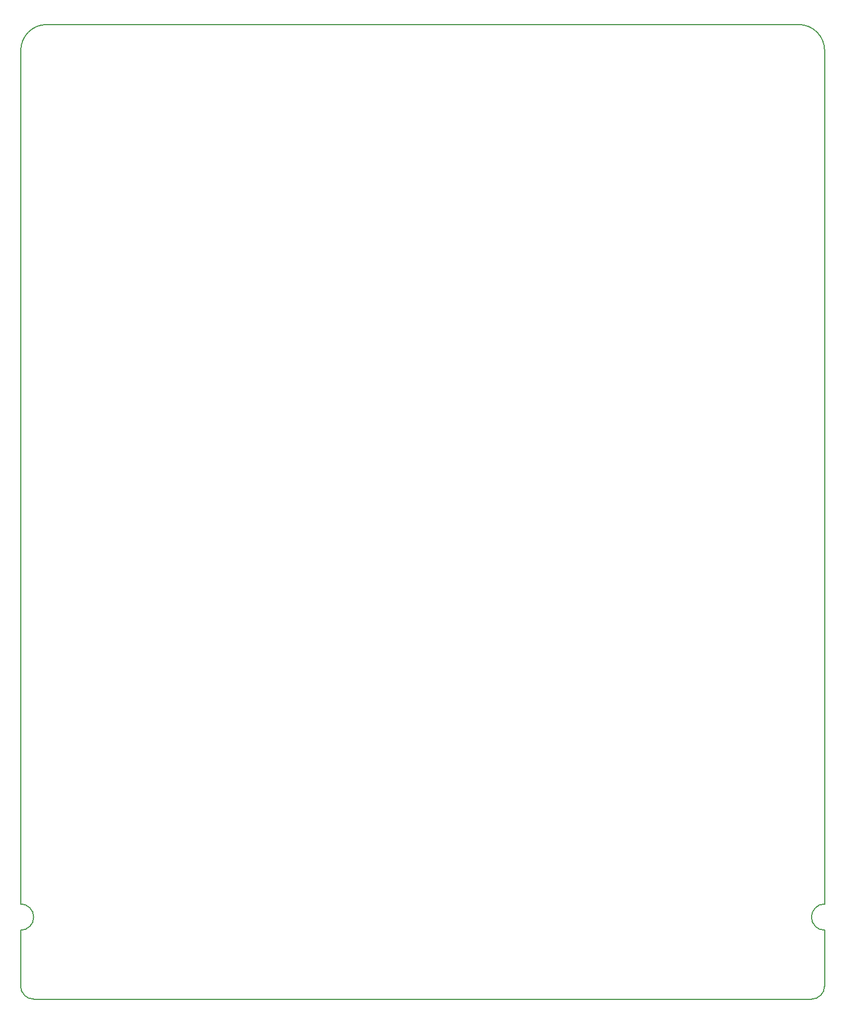
<source format=gbr>
G04 #@! TF.GenerationSoftware,KiCad,Pcbnew,(5.0.0)*
G04 #@! TF.CreationDate,2018-12-17T21:11:44-06:00*
G04 #@! TF.ProjectId,MotorController_Hardware,4D6F746F72436F6E74726F6C6C65725F,rev?*
G04 #@! TF.SameCoordinates,Original*
G04 #@! TF.FileFunction,Profile,NP*
%FSLAX46Y46*%
G04 Gerber Fmt 4.6, Leading zero omitted, Abs format (unit mm)*
G04 Created by KiCad (PCBNEW (5.0.0)) date 12/17/18 21:11:44*
%MOMM*%
%LPD*%
G01*
G04 APERTURE LIST*
%ADD10C,0.150000*%
G04 APERTURE END LIST*
D10*
X50546000Y38404800D02*
G75*
G02X54559200Y42418000I4013200J0D01*
G01*
X170967400Y42418000D02*
G75*
G02X174980600Y38404800I0J-4013200D01*
G01*
X174980600Y-27152600D02*
X174980600Y-93700600D01*
X170967400Y42418000D02*
X54584600Y42418000D01*
X174980600Y-27152600D02*
X174980600Y38404800D01*
X50546000Y38379400D02*
X50546000Y-26670000D01*
X174980600Y-97764600D02*
G75*
G02X172948600Y-95732600I0J2032000D01*
G01*
X172948600Y-95732600D02*
G75*
G02X174980600Y-93700600I2032000J0D01*
G01*
X50520600Y-93700600D02*
G75*
G02X52552600Y-95732600I0J-2032000D01*
G01*
X52552600Y-95732600D02*
G75*
G02X50520600Y-97764600I-2032000J0D01*
G01*
X52552600Y-108432600D02*
G75*
G02X50520600Y-106400600I0J2032000D01*
G01*
X174980600Y-106400600D02*
G75*
G02X172948600Y-108432600I-2032000J0D01*
G01*
X174980600Y-106400600D02*
X174980600Y-97764600D01*
X52552600Y-108432600D02*
X172948600Y-108432600D01*
X50520600Y-97764600D02*
X50520600Y-106400600D01*
X50546000Y-26670000D02*
X50520600Y-93700600D01*
M02*

</source>
